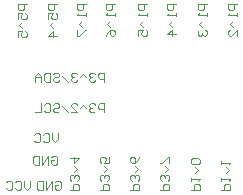
<source format=gbo>
%FSLAX25Y25*%
%MOIN*%
G70*
G01*
G75*
G04 Layer_Color=32896*
%ADD10O,0.01575X0.05906*%
%ADD11R,0.01575X0.05906*%
%ADD12R,0.03937X0.04331*%
%ADD13R,0.03000X0.03000*%
%ADD14R,0.02756X0.03543*%
%ADD15R,0.07480X0.02362*%
%ADD16R,0.04528X0.01181*%
%ADD17R,0.04528X0.02362*%
%ADD18R,0.04724X0.03937*%
%ADD19R,0.04528X0.05512*%
%ADD20R,0.03000X0.03000*%
%ADD21R,0.04331X0.03937*%
%ADD22C,0.00600*%
%ADD23C,0.01000*%
%ADD24O,0.08263X0.03937*%
%ADD25O,0.07082X0.03937*%
%ADD26C,0.02559*%
%ADD27C,0.05906*%
%ADD28R,0.05906X0.05906*%
%ADD29R,0.05906X0.05906*%
%ADD30C,0.02000*%
%ADD31C,0.00394*%
%ADD32C,0.02362*%
%ADD33C,0.00984*%
%ADD34C,0.01181*%
%ADD35C,0.00787*%
%ADD36C,0.00197*%
%ADD37C,0.00800*%
%ADD38C,0.00100*%
%ADD39C,0.00300*%
D39*
X540600Y185400D02*
X543599D01*
Y186899D01*
X543099Y187399D01*
X542100D01*
X541600Y186899D01*
Y185400D01*
X540600Y188399D02*
Y189399D01*
Y188899D01*
X543599D01*
X543099Y188399D01*
X542100Y190898D02*
X543099Y191898D01*
X542100Y192898D01*
X540600Y193897D02*
Y194897D01*
Y194397D01*
X543599D01*
X543099Y193897D01*
X530500Y185400D02*
X533499D01*
Y186899D01*
X532999Y187399D01*
X531999D01*
X531500Y186899D01*
Y185400D01*
X530500Y188399D02*
Y189399D01*
Y188899D01*
X533499D01*
X532999Y188399D01*
X531999Y190898D02*
X532999Y191898D01*
X531999Y192898D01*
X532999Y193897D02*
X533499Y194397D01*
Y195397D01*
X532999Y195897D01*
X531000D01*
X530500Y195397D01*
Y194397D01*
X531000Y193897D01*
X532999D01*
X520400Y185400D02*
X523399D01*
Y186899D01*
X522899Y187399D01*
X521900D01*
X521400Y186899D01*
Y185400D01*
X522899Y188399D02*
X523399Y188899D01*
Y189899D01*
X522899Y190398D01*
X522399D01*
X521900Y189899D01*
Y189399D01*
Y189899D01*
X521400Y190398D01*
X520900D01*
X520400Y189899D01*
Y188899D01*
X520900Y188399D01*
X521900Y191398D02*
X522899Y192398D01*
X521900Y193397D01*
X523399Y194397D02*
Y196396D01*
X522899D01*
X520900Y194397D01*
X520400D01*
X510300Y185400D02*
X513299D01*
Y186899D01*
X512799Y187399D01*
X511799D01*
X511300Y186899D01*
Y185400D01*
X512799Y188399D02*
X513299Y188899D01*
Y189899D01*
X512799Y190398D01*
X512299D01*
X511799Y189899D01*
Y189399D01*
Y189899D01*
X511300Y190398D01*
X510800D01*
X510300Y189899D01*
Y188899D01*
X510800Y188399D01*
X511799Y191398D02*
X512799Y192398D01*
X511799Y193397D01*
X513299Y196396D02*
X512799Y195397D01*
X511799Y194397D01*
X510800D01*
X510300Y194897D01*
Y195897D01*
X510800Y196396D01*
X511300D01*
X511799Y195897D01*
Y194397D01*
X500200Y185400D02*
X503199D01*
Y186899D01*
X502699Y187399D01*
X501699D01*
X501200Y186899D01*
Y185400D01*
X502699Y188399D02*
X503199Y188899D01*
Y189899D01*
X502699Y190398D01*
X502199D01*
X501699Y189899D01*
Y189399D01*
Y189899D01*
X501200Y190398D01*
X500700D01*
X500200Y189899D01*
Y188899D01*
X500700Y188399D01*
X501699Y191398D02*
X502699Y192398D01*
X501699Y193397D01*
X503199Y196396D02*
Y194397D01*
X501699D01*
X502199Y195397D01*
Y195897D01*
X501699Y196396D01*
X500700D01*
X500200Y195897D01*
Y194897D01*
X500700Y194397D01*
X490100Y185400D02*
X493099D01*
Y186899D01*
X492599Y187399D01*
X491600D01*
X491100Y186899D01*
Y185400D01*
X492599Y188399D02*
X493099Y188899D01*
Y189899D01*
X492599Y190398D01*
X492099D01*
X491600Y189899D01*
Y189399D01*
Y189899D01*
X491100Y190398D01*
X490600D01*
X490100Y189899D01*
Y188899D01*
X490600Y188399D01*
X491600Y191398D02*
X492599Y192398D01*
X491600Y193397D01*
X490100Y195897D02*
X493099D01*
X491600Y194397D01*
Y196396D01*
X485201Y187899D02*
X485701Y188399D01*
X486700D01*
X487200Y187899D01*
Y185900D01*
X486700Y185400D01*
X485701D01*
X485201Y185900D01*
Y186899D01*
X486200D01*
X484201Y185400D02*
Y188399D01*
X482202Y185400D01*
Y188399D01*
X481202D02*
Y185400D01*
X479702D01*
X479203Y185900D01*
Y187899D01*
X479702Y188399D01*
X481202D01*
X546000Y247200D02*
X543001D01*
Y245701D01*
X543501Y245201D01*
X544500D01*
X545000Y245701D01*
Y247200D01*
X546000Y244201D02*
Y243201D01*
Y243701D01*
X543001D01*
X543501Y244201D01*
X544500Y241702D02*
X543501Y240702D01*
X544500Y239702D01*
X546000Y236703D02*
Y238703D01*
X544001Y236703D01*
X543501D01*
X543001Y237203D01*
Y238203D01*
X543501Y238703D01*
X535800Y247200D02*
X532801D01*
Y245701D01*
X533301Y245201D01*
X534301D01*
X534800Y245701D01*
Y247200D01*
X535800Y244201D02*
Y243201D01*
Y243701D01*
X532801D01*
X533301Y244201D01*
X534301Y241702D02*
X533301Y240702D01*
X534301Y239702D01*
X533301Y238703D02*
X532801Y238203D01*
Y237203D01*
X533301Y236703D01*
X533801D01*
X534301Y237203D01*
Y237703D01*
Y237203D01*
X534800Y236703D01*
X535300D01*
X535800Y237203D01*
Y238203D01*
X535300Y238703D01*
X525600Y247200D02*
X522601D01*
Y245701D01*
X523101Y245201D01*
X524100D01*
X524600Y245701D01*
Y247200D01*
X525600Y244201D02*
Y243201D01*
Y243701D01*
X522601D01*
X523101Y244201D01*
X524100Y241702D02*
X523101Y240702D01*
X524100Y239702D01*
X525600Y237203D02*
X522601D01*
X524100Y238703D01*
Y236703D01*
X516000Y247200D02*
X513001D01*
Y245701D01*
X513501Y245201D01*
X514501D01*
X515000Y245701D01*
Y247200D01*
X516000Y244201D02*
Y243201D01*
Y243701D01*
X513001D01*
X513501Y244201D01*
X514501Y241702D02*
X513501Y240702D01*
X514501Y239702D01*
X513001Y236703D02*
Y238703D01*
X514501D01*
X514001Y237703D01*
Y237203D01*
X514501Y236703D01*
X515500D01*
X516000Y237203D01*
Y238203D01*
X515500Y238703D01*
X505200Y247200D02*
X502201D01*
Y245701D01*
X502701Y245201D01*
X503700D01*
X504200Y245701D01*
Y247200D01*
X505200Y244201D02*
Y243201D01*
Y243701D01*
X502201D01*
X502701Y244201D01*
X503700Y241702D02*
X502701Y240702D01*
X503700Y239702D01*
X502201Y236703D02*
X502701Y237703D01*
X503700Y238703D01*
X504700D01*
X505200Y238203D01*
Y237203D01*
X504700Y236703D01*
X504200D01*
X503700Y237203D01*
Y238703D01*
X495600Y247200D02*
X492601D01*
Y245701D01*
X493101Y245201D01*
X494101D01*
X494600Y245701D01*
Y247200D01*
X495600Y244201D02*
Y243201D01*
Y243701D01*
X492601D01*
X493101Y244201D01*
X494101Y241702D02*
X493101Y240702D01*
X494101Y239702D01*
X492601Y238703D02*
Y236703D01*
X493101D01*
X495100Y238703D01*
X495600D01*
X486000Y247200D02*
X483001D01*
Y245701D01*
X483501Y245201D01*
X484501D01*
X485000Y245701D01*
Y247200D01*
X483001Y242202D02*
Y244201D01*
X484501D01*
X484001Y243201D01*
Y242702D01*
X484501Y242202D01*
X485500D01*
X486000Y242702D01*
Y243701D01*
X485500Y244201D01*
X484501Y241202D02*
X483501Y240202D01*
X484501Y239203D01*
X486000Y236703D02*
X483001D01*
X484501Y238203D01*
Y236204D01*
X475800Y247200D02*
X472801D01*
Y245701D01*
X473301Y245201D01*
X474300D01*
X474800Y245701D01*
Y247200D01*
X472801Y242202D02*
Y244201D01*
X474300D01*
X473801Y243201D01*
Y242702D01*
X474300Y242202D01*
X475300D01*
X475800Y242702D01*
Y243701D01*
X475300Y244201D01*
X474300Y241202D02*
X473301Y240202D01*
X474300Y239203D01*
X472801Y236204D02*
Y238203D01*
X474300D01*
X473801Y237203D01*
Y236703D01*
X474300Y236204D01*
X475300D01*
X475800Y236703D01*
Y237703D01*
X475300Y238203D01*
X484001Y196299D02*
X484501Y196799D01*
X485500D01*
X486000Y196299D01*
Y194300D01*
X485500Y193800D01*
X484501D01*
X484001Y194300D01*
Y195299D01*
X485000D01*
X483001Y193800D02*
Y196799D01*
X481002Y193800D01*
Y196799D01*
X480002D02*
Y193800D01*
X478502D01*
X478003Y194300D01*
Y196299D01*
X478502Y196799D01*
X480002D01*
X501600Y221400D02*
Y224399D01*
X500101D01*
X499601Y223899D01*
Y222900D01*
X500101Y222400D01*
X501600D01*
X498601Y223899D02*
X498101Y224399D01*
X497101D01*
X496602Y223899D01*
Y223399D01*
X497101Y222900D01*
X497601D01*
X497101D01*
X496602Y222400D01*
Y221900D01*
X497101Y221400D01*
X498101D01*
X498601Y221900D01*
X495602Y222900D02*
X494602Y223899D01*
X493603Y222900D01*
X492603Y223899D02*
X492103Y224399D01*
X491103D01*
X490604Y223899D01*
Y223399D01*
X491103Y222900D01*
X491603D01*
X491103D01*
X490604Y222400D01*
Y221900D01*
X491103Y221400D01*
X492103D01*
X492603Y221900D01*
X489604Y221400D02*
X487605Y223399D01*
X484606Y223899D02*
X485105Y224399D01*
X486105D01*
X486605Y223899D01*
Y223399D01*
X486105Y222900D01*
X485105D01*
X484606Y222400D01*
Y221900D01*
X485105Y221400D01*
X486105D01*
X486605Y221900D01*
X483606Y224399D02*
Y221400D01*
X482106D01*
X481606Y221900D01*
Y223899D01*
X482106Y224399D01*
X483606D01*
X480607Y221400D02*
Y223399D01*
X479607Y224399D01*
X478607Y223399D01*
Y221400D01*
Y222900D01*
X480607D01*
X501600Y211200D02*
Y214199D01*
X500101D01*
X499601Y213699D01*
Y212700D01*
X500101Y212200D01*
X501600D01*
X498601Y213699D02*
X498101Y214199D01*
X497101D01*
X496602Y213699D01*
Y213199D01*
X497101Y212700D01*
X497601D01*
X497101D01*
X496602Y212200D01*
Y211700D01*
X497101Y211200D01*
X498101D01*
X498601Y211700D01*
X495602Y212700D02*
X494602Y213699D01*
X493603Y212700D01*
X490604Y211200D02*
X492603D01*
X490604Y213199D01*
Y213699D01*
X491103Y214199D01*
X492103D01*
X492603Y213699D01*
X489604Y211200D02*
X487605Y213199D01*
X484606Y213699D02*
X485105Y214199D01*
X486105D01*
X486605Y213699D01*
Y213199D01*
X486105Y212700D01*
X485105D01*
X484606Y212200D01*
Y211700D01*
X485105Y211200D01*
X486105D01*
X486605Y211700D01*
X481606Y213699D02*
X482106Y214199D01*
X483106D01*
X483606Y213699D01*
Y211700D01*
X483106Y211200D01*
X482106D01*
X481606Y211700D01*
X480607Y214199D02*
Y211200D01*
X478607D01*
X486364Y204278D02*
Y202278D01*
X485364Y201279D01*
X484365Y202278D01*
Y204278D01*
X481366Y203778D02*
X481865Y204278D01*
X482865D01*
X483365Y203778D01*
Y201779D01*
X482865Y201279D01*
X481865D01*
X481366Y201779D01*
X478367Y203778D02*
X478866Y204278D01*
X479866D01*
X480366Y203778D01*
Y201779D01*
X479866Y201279D01*
X478866D01*
X478367Y201779D01*
X477000Y188399D02*
Y186400D01*
X476000Y185400D01*
X475001Y186400D01*
Y188399D01*
X472002Y187899D02*
X472502Y188399D01*
X473501D01*
X474001Y187899D01*
Y185900D01*
X473501Y185400D01*
X472502D01*
X472002Y185900D01*
X469003Y187899D02*
X469502Y188399D01*
X470502D01*
X471002Y187899D01*
Y185900D01*
X470502Y185400D01*
X469502D01*
X469003Y185900D01*
M02*

</source>
